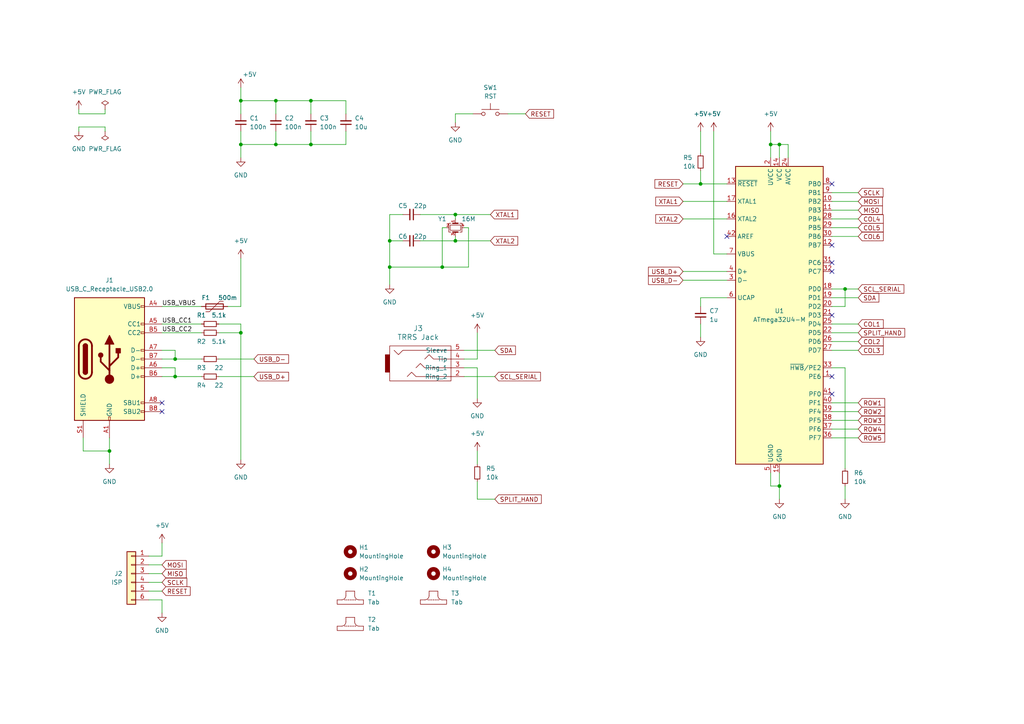
<source format=kicad_sch>
(kicad_sch (version 20230121) (generator eeschema)
  (paper "A4")
  (title_block (title "mfk60 Left") (date "2024-01-13") (rev "1") (company "@niw"))
  (lib_symbols
    (symbol "Connector:USB_C_Receptacle_USB2.0_16P" (pin_names (offset 1.016))
      (property "Reference" "J" (at 0 22.225 0))
      (property "Value" "USB_C_Receptacle_USB2.0_16P" (at 0 19.685 0))
      (symbol "USB_C_Receptacle_USB2.0_16P_0_0"
        (rectangle (start -0.254 -17.78) (end 0.254 -16.764))
        (rectangle (start 10.16 -14.986) (end 9.144 -15.494))
        (rectangle (start 10.16 -12.446) (end 9.144 -12.954))
        (rectangle (start 10.16 -4.826) (end 9.144 -5.334))
        (rectangle (start 10.16 -2.286) (end 9.144 -2.794))
        (rectangle (start 10.16 0.254) (end 9.144 -0.254))
        (rectangle (start 10.16 2.794) (end 9.144 2.286))
        (rectangle (start 10.16 7.874) (end 9.144 7.366))
        (rectangle (start 10.16 10.414) (end 9.144 9.906))
        (rectangle (start 10.16 15.494) (end 9.144 14.986))
      )
      (symbol "USB_C_Receptacle_USB2.0_16P_0_1"
        (rectangle (start -10.16 17.78) (end 10.16 -17.78) (stroke (width 0.254)) (fill (type background)))
        (arc (start -8.89 -3.81) (mid -6.985 -5.7067) (end -5.08 -3.81) (stroke (width 0.508)))
        (arc (start -7.62 -3.81) (mid -6.985 -4.4423) (end -6.35 -3.81) (stroke (width 0.254)))
        (arc (start -7.62 -3.81) (mid -6.985 -4.4423) (end -6.35 -3.81) (stroke (width 0.254)) (fill (type outline)))
        (rectangle (start -7.62 -3.81) (end -6.35 3.81) (stroke (width 0.254)) (fill (type outline)))
        (arc (start -6.35 3.81) (mid -6.985 4.4423) (end -7.62 3.81) (stroke (width 0.254)))
        (arc (start -6.35 3.81) (mid -6.985 4.4423) (end -7.62 3.81) (stroke (width 0.254)) (fill (type outline)))
        (arc (start -5.08 3.81) (mid -6.985 5.7067) (end -8.89 3.81) (stroke (width 0.508)))
        (circle (center -2.54 1.143) (radius 0.635) (stroke (width 0.254)) (fill (type outline)))
        (circle (center 0 -5.842) (radius 1.27) (fill (type outline)))
        (polyline (pts (xy -8.89 -3.81) (xy -8.89 3.81)) (stroke (width 0.508)))
        (polyline (pts (xy -5.08 3.81) (xy -5.08 -3.81)) (stroke (width 0.508)))
        (polyline (pts (xy 0 -5.842) (xy 0 4.318)) (stroke (width 0.508)))
        (polyline (pts (xy 0 -3.302) (xy -2.54 -0.762) (xy -2.54 0.508)) (stroke (width 0.508)))
        (polyline (pts (xy 0 -2.032) (xy 2.54 0.508) (xy 2.54 1.778)) (stroke (width 0.508)))
        (polyline (pts (xy -1.27 4.318) (xy 0 6.858) (xy 1.27 4.318) (xy -1.27 4.318)) (stroke (width 0.254)) (fill (type outline)))
        (rectangle (start 1.905 1.778) (end 3.175 3.048) (stroke (width 0.254)) (fill (type outline)))
      )
      (symbol "USB_C_Receptacle_USB2.0_16P_1_1"
        (pin passive line (at 0 -22.86 90) (length 5.08) (name "GND") (number "A1"))
        (pin passive line (at 0 -22.86 90) (length 5.08) hide (name "GND") (number "A12"))
        (pin passive line (at 15.24 15.24 180) (length 5.08) (name "VBUS") (number "A4"))
        (pin bidirectional line (at 15.24 10.16 180) (length 5.08) (name "CC1") (number "A5"))
        (pin bidirectional line (at 15.24 -2.54 180) (length 5.08) (name "D+") (number "A6"))
        (pin bidirectional line (at 15.24 2.54 180) (length 5.08) (name "D-") (number "A7"))
        (pin bidirectional line (at 15.24 -12.7 180) (length 5.08) (name "SBU1") (number "A8"))
        (pin passive line (at 15.24 15.24 180) (length 5.08) hide (name "VBUS") (number "A9"))
        (pin passive line (at 0 -22.86 90) (length 5.08) hide (name "GND") (number "B1"))
        (pin passive line (at 0 -22.86 90) (length 5.08) hide (name "GND") (number "B12"))
        (pin passive line (at 15.24 15.24 180) (length 5.08) hide (name "VBUS") (number "B4"))
        (pin bidirectional line (at 15.24 7.62 180) (length 5.08) (name "CC2") (number "B5"))
        (pin bidirectional line (at 15.24 -5.08 180) (length 5.08) (name "D+") (number "B6"))
        (pin bidirectional line (at 15.24 0 180) (length 5.08) (name "D-") (number "B7"))
        (pin bidirectional line (at 15.24 -15.24 180) (length 5.08) (name "SBU2") (number "B8"))
        (pin passive line (at 15.24 15.24 180) (length 5.08) hide (name "VBUS") (number "B9"))
        (pin passive line (at -7.62 -22.86 90) (length 5.08) (name "SHIELD") (number "S1"))
      )
    )
    (symbol "Connector_Additions:TRRS_Jack" (pin_names (offset 1.016))
      (property "Reference" "J" (at 0 8.89 0))
      (property "Value" "TRRS Jack" (at 0 6.35 0))
      (symbol "TRRS_Jack_0_1"
        (rectangle (start -10.16 2.54) (end -8.89 -2.54) (fill (type outline)))
        (rectangle (start -8.89 5.08) (end 8.89 -5.08))
        (polyline (pts (xy 8.89 -3.81) (xy -1.27 -3.81) (xy -2.54 -2.54) (xy -3.81 -3.81)))
        (polyline (pts (xy 8.89 -1.27) (xy 1.27 -1.27) (xy 0 0) (xy -1.27 -1.27)))
        (polyline (pts (xy 8.89 1.27) (xy 3.81 1.27) (xy 2.54 2.54) (xy 1.27 1.27)))
        (polyline (pts (xy 8.89 3.81) (xy -5.08 3.81) (xy -6.35 2.54) (xy -7.62 3.81) (xy -7.62 3.81)))
      )
      (symbol "TRRS_Jack_1_1"
        (pin passive line (at 12.7 -3.81 180) (length 3.81) (name "Ring_2") (number "2"))
        (pin passive line (at 12.7 -1.27 180) (length 3.81) (name "Ring_1") (number "3"))
        (pin passive line (at 12.7 1.27 180) (length 3.81) (name "Tip") (number "4"))
        (pin passive line (at 12.7 3.81 180) (length 3.81) (name "Sleeve") (number "5"))
      )
    )
    (symbol "Connector_Generic:Conn_01x06" (pin_names (offset 1.016) hide)
      (property "Reference" "J" (at 0 7.62 0))
      (property "Value" "Conn_01x06" (at 0 -10.16 0))
      (symbol "Conn_01x06_1_1"
        (rectangle (start -1.27 -7.493) (end 0 -7.747) (stroke (width 0.1524)))
        (rectangle (start -1.27 -4.953) (end 0 -5.207) (stroke (width 0.1524)))
        (rectangle (start -1.27 -2.413) (end 0 -2.667) (stroke (width 0.1524)))
        (rectangle (start -1.27 0.127) (end 0 -0.127) (stroke (width 0.1524)))
        (rectangle (start -1.27 2.667) (end 0 2.413) (stroke (width 0.1524)))
        (rectangle (start -1.27 5.207) (end 0 4.953) (stroke (width 0.1524)))
        (rectangle (start -1.27 6.35) (end 1.27 -8.89) (stroke (width 0.254)) (fill (type background)))
        (pin passive line (at -5.08 5.08 0) (length 3.81) (name "Pin_1") (number "1"))
        (pin passive line (at -5.08 2.54 0) (length 3.81) (name "Pin_2") (number "2"))
        (pin passive line (at -5.08 0 0) (length 3.81) (name "Pin_3") (number "3"))
        (pin passive line (at -5.08 -2.54 0) (length 3.81) (name "Pin_4") (number "4"))
        (pin passive line (at -5.08 -5.08 0) (length 3.81) (name "Pin_5") (number "5"))
        (pin passive line (at -5.08 -7.62 0) (length 3.81) (name "Pin_6") (number "6"))
      )
    )
    (symbol "Device:C_Small" (pin_numbers hide) (pin_names (offset 0.254) hide)
      (property "Reference" "C" (at 0.254 1.778 0))
      (property "Value" "C_Small" (at 0.254 -2.032 0))
      (symbol "C_Small_0_1"
        (polyline (pts (xy -1.524 -0.508) (xy 1.524 -0.508)) (stroke (width 0.3302)))
        (polyline (pts (xy -1.524 0.508) (xy 1.524 0.508)) (stroke (width 0.3048)))
      )
      (symbol "C_Small_1_1"
        (pin passive line (at 0 2.54 270) (length 2.032) (name "~") (number "1"))
        (pin passive line (at 0 -2.54 90) (length 2.032) (name "~") (number "2"))
      )
    )
    (symbol "Device:Crystal_GND24_Small" (pin_names (offset 1.016) hide)
      (property "Reference" "Y" (at 1.27 4.445 0))
      (property "Value" "Crystal_GND24_Small" (at 1.27 2.54 0))
      (symbol "Crystal_GND24_Small_0_1"
        (rectangle (start -0.762 -1.524) (end 0.762 1.524))
        (polyline (pts (xy -1.27 -0.762) (xy -1.27 0.762)) (stroke (width 0.381)))
        (polyline (pts (xy 1.27 -0.762) (xy 1.27 0.762)) (stroke (width 0.381)))
        (polyline (pts (xy -1.27 -1.27) (xy -1.27 -1.905) (xy 1.27 -1.905) (xy 1.27 -1.27)))
        (polyline (pts (xy -1.27 1.27) (xy -1.27 1.905) (xy 1.27 1.905) (xy 1.27 1.27)))
      )
      (symbol "Crystal_GND24_Small_1_1"
        (pin passive line (at -2.54 0 0) (length 1.27) (name "1") (number "1"))
        (pin passive line (at 0 -2.54 90) (length 0.635) (name "2") (number "2"))
        (pin passive line (at 2.54 0 180) (length 1.27) (name "3") (number "3"))
        (pin passive line (at 0 2.54 270) (length 0.635) (name "4") (number "4"))
      )
    )
    (symbol "Device:Polyfuse" (pin_numbers hide) (pin_names (offset 0))
      (property "Reference" "F" (at -2.54 0 90))
      (property "Value" "Polyfuse" (at 2.54 0 90))
      (symbol "Polyfuse_0_1"
        (rectangle (start -0.762 2.54) (end 0.762 -2.54) (stroke (width 0.254)))
        (polyline (pts (xy 0 2.54) (xy 0 -2.54)))
        (polyline (pts (xy -1.524 2.54) (xy -1.524 1.524) (xy 1.524 -1.524) (xy 1.524 -2.54)))
      )
      (symbol "Polyfuse_1_1"
        (pin passive line (at 0 3.81 270) (length 1.27) (name "~") (number "1"))
        (pin passive line (at 0 -3.81 90) (length 1.27) (name "~") (number "2"))
      )
    )
    (symbol "Device:R_Small" (pin_numbers hide) (pin_names (offset 0.254) hide)
      (property "Reference" "R" (at 0.762 0.508 0))
      (property "Value" "R_Small" (at 0.762 -1.016 0))
      (symbol "R_Small_0_1"
        (rectangle (start -0.762 1.778) (end 0.762 -1.778) (stroke (width 0.2032)))
      )
      (symbol "R_Small_1_1"
        (pin passive line (at 0 2.54 270) (length 0.762) (name "~") (number "1"))
        (pin passive line (at 0 -2.54 90) (length 0.762) (name "~") (number "2"))
      )
    )
    (symbol "MCU_Microchip_ATmega:ATmega32U4-M"
      (property "Reference" "U" (at -12.7 44.45 0))
      (property "Value" "ATmega32U4-M" (at 2.54 -44.45 0))
      (symbol "ATmega32U4-M_0_1"
        (rectangle (start -12.7 -43.18) (end 12.7 43.18) (stroke (width 0.254)) (fill (type background)))
      )
      (symbol "ATmega32U4-M_1_1"
        (pin bidirectional line (at 15.24 -17.78 180) (length 2.54) (name "PE6") (number "1"))
        (pin bidirectional line (at 15.24 33.02 180) (length 2.54) (name "PB2") (number "10"))
        (pin bidirectional line (at 15.24 30.48 180) (length 2.54) (name "PB3") (number "11"))
        (pin bidirectional line (at 15.24 20.32 180) (length 2.54) (name "PB7") (number "12"))
        (pin input line (at -15.24 38.1 0) (length 2.54) (name "~{RESET}") (number "13"))
        (pin power_in line (at 0 45.72 270) (length 2.54) (name "VCC") (number "14"))
        (pin power_in line (at 0 -45.72 90) (length 2.54) (name "GND") (number "15"))
        (pin output line (at -15.24 27.94 0) (length 2.54) (name "XTAL2") (number "16"))
        (pin input line (at -15.24 33.02 0) (length 2.54) (name "XTAL1") (number "17"))
        (pin bidirectional line (at 15.24 7.62 180) (length 2.54) (name "PD0") (number "18"))
        (pin bidirectional line (at 15.24 5.08 180) (length 2.54) (name "PD1") (number "19"))
        (pin power_in line (at -2.54 45.72 270) (length 2.54) (name "UVCC") (number "2"))
        (pin bidirectional line (at 15.24 2.54 180) (length 2.54) (name "PD2") (number "20"))
        (pin bidirectional line (at 15.24 0 180) (length 2.54) (name "PD3") (number "21"))
        (pin bidirectional line (at 15.24 -5.08 180) (length 2.54) (name "PD5") (number "22"))
        (pin passive line (at 0 -45.72 90) (length 2.54) hide (name "GND") (number "23"))
        (pin power_in line (at 2.54 45.72 270) (length 2.54) (name "AVCC") (number "24"))
        (pin bidirectional line (at 15.24 -2.54 180) (length 2.54) (name "PD4") (number "25"))
        (pin bidirectional line (at 15.24 -7.62 180) (length 2.54) (name "PD6") (number "26"))
        (pin bidirectional line (at 15.24 -10.16 180) (length 2.54) (name "PD7") (number "27"))
        (pin bidirectional line (at 15.24 27.94 180) (length 2.54) (name "PB4") (number "28"))
        (pin bidirectional line (at 15.24 25.4 180) (length 2.54) (name "PB5") (number "29"))
        (pin bidirectional line (at -15.24 10.16 0) (length 2.54) (name "D-") (number "3"))
        (pin bidirectional line (at 15.24 22.86 180) (length 2.54) (name "PB6") (number "30"))
        (pin bidirectional line (at 15.24 15.24 180) (length 2.54) (name "PC6") (number "31"))
        (pin bidirectional line (at 15.24 12.7 180) (length 2.54) (name "PC7") (number "32"))
        (pin bidirectional line (at 15.24 -15.24 180) (length 2.54) (name "~{HWB}/PE2") (number "33"))
        (pin passive line (at 0 45.72 270) (length 2.54) hide (name "VCC") (number "34"))
        (pin passive line (at 0 -45.72 90) (length 2.54) hide (name "GND") (number "35"))
        (pin bidirectional line (at 15.24 -35.56 180) (length 2.54) (name "PF7") (number "36"))
        (pin bidirectional line (at 15.24 -33.02 180) (length 2.54) (name "PF6") (number "37"))
        (pin bidirectional line (at 15.24 -30.48 180) (length 2.54) (name "PF5") (number "38"))
        (pin bidirectional line (at 15.24 -27.94 180) (length 2.54) (name "PF4") (number "39"))
        (pin bidirectional line (at -15.24 12.7 0) (length 2.54) (name "D+") (number "4"))
        (pin bidirectional line (at 15.24 -25.4 180) (length 2.54) (name "PF1") (number "40"))
        (pin bidirectional line (at 15.24 -22.86 180) (length 2.54) (name "PF0") (number "41"))
        (pin passive line (at -15.24 22.86 0) (length 2.54) (name "AREF") (number "42"))
        (pin passive line (at 0 -45.72 90) (length 2.54) hide (name "GND") (number "43"))
        (pin passive line (at 2.54 45.72 270) (length 2.54) hide (name "AVCC") (number "44"))
        (pin passive line (at 0 -45.72 90) (length 2.54) hide (name "GND") (number "45"))
        (pin passive line (at -2.54 -45.72 90) (length 2.54) (name "UGND") (number "5"))
        (pin passive line (at -15.24 5.08 0) (length 2.54) (name "UCAP") (number "6"))
        (pin input line (at -15.24 17.78 0) (length 2.54) (name "VBUS") (number "7"))
        (pin bidirectional line (at 15.24 38.1 180) (length 2.54) (name "PB0") (number "8"))
        (pin bidirectional line (at 15.24 35.56 180) (length 2.54) (name "PB1") (number "9"))
      )
    )
    (symbol "Mechanical:MountingHole" (pin_names (offset 1.016))
      (property "Reference" "H" (at 0 5.08 0))
      (property "Value" "MountingHole" (at 0 3.175 0))
      (symbol "MountingHole_0_1"
        (circle (center 0 0) (radius 1.27) (stroke (width 1.27)))
      )
    )
    (symbol "Switch:SW_Push" (pin_numbers hide) (pin_names (offset 1.016) hide)
      (property "Reference" "SW" (at 1.27 2.54 0))
      (property "Value" "SW_Push" (at 0 -1.524 0))
      (symbol "SW_Push_0_1"
        (circle (center -2.032 0) (radius 0.508))
        (polyline (pts (xy 0 1.27) (xy 0 3.048)))
        (polyline (pts (xy 2.54 1.27) (xy -2.54 1.27)))
        (circle (center 2.032 0) (radius 0.508))
        (pin passive line (at -5.08 0 0) (length 2.54) (name "1") (number "1"))
        (pin passive line (at 5.08 0 180) (length 2.54) (name "2") (number "2"))
      )
    )
    (symbol "kikit:Tab" (in_bom no)
      (property "Reference" "T" (at 0 3.81 0))
      (property "Value" "Tab" (at 0 -2.54 0))
      (symbol "Tab_0_1"
        (arc (start -2.54 0) (mid -1.642 0.372) (end -1.27 1.27) (stroke (width 0.1524)))
        (circle (center -1.524 0) (radius 0.0762) (stroke (width 0.1524)))
        (circle (center -1.016 0) (radius 0.0762) (stroke (width 0.1524)))
        (circle (center -0.508 0) (radius 0.0762) (stroke (width 0.1524)))
        (polyline (pts (xy -3.81 0) (xy -2.54 0)) (stroke (width 0.1524)))
        (polyline (pts (xy -1.27 1.27) (xy -1.27 2.54)) (stroke (width 0.1524)))
        (polyline (pts (xy 1.27 1.27) (xy 1.27 2.54)) (stroke (width 0.1524)))
        (polyline (pts (xy 1.27 2.54) (xy -1.27 2.54)) (stroke (width 0.1524)))
        (polyline (pts (xy 2.54 0) (xy 3.81 0)) (stroke (width 0.1524)))
        (polyline (pts (xy -3.81 0) (xy -3.81 -1.27) (xy 3.81 -1.27) (xy 3.81 0)) (stroke (width 0.1524)))
        (circle (center 0 0) (radius 0.0762) (stroke (width 0.1524)))
        (circle (center 0.508 0) (radius 0.0762) (stroke (width 0.1524)))
        (circle (center 1.016 0) (radius 0.0762) (stroke (width 0.1524)))
        (arc (start 1.27 1.27) (mid 1.642 0.372) (end 2.54 0) (stroke (width 0.1524)))
        (circle (center 1.524 0) (radius 0.0762) (stroke (width 0.1524)))
      )
    )
    (symbol "power:+5V" (power) (pin_names (offset 0))
      (property "Value" "+5V" (at 0 3.556 0))
      (symbol "+5V_0_1"
        (polyline (pts (xy -0.762 1.27) (xy 0 2.54)))
        (polyline (pts (xy 0 0) (xy 0 2.54)))
        (polyline (pts (xy 0 2.54) (xy 0.762 1.27)))
      )
      (symbol "+5V_1_1"
        (pin power_in line (at 0 0 90) (length 0) hide (name "+5V") (number "1"))
      )
    )
    (symbol "power:GND" (power) (pin_names (offset 0))
      (property "Value" "GND" (at 0 -3.81 0))
      (symbol "GND_0_1"
        (polyline (pts (xy 0 0) (xy 0 -1.27) (xy 1.27 -1.27) (xy 0 -2.54) (xy -1.27 -1.27) (xy 0 -1.27)))
      )
      (symbol "GND_1_1"
        (pin power_in line (at 0 0 270) (length 0) hide (name "GND") (number "1"))
      )
    )
    (symbol "power:PWR_FLAG" (power) (pin_numbers hide) (pin_names (offset 0) hide)
      (property "Value" "PWR_FLAG" (at 0 3.81 0))
      (symbol "PWR_FLAG_0_0"
        (pin power_out line (at 0 0 90) (length 0) (name "pwr") (number "1"))
      )
      (symbol "PWR_FLAG_0_1"
        (polyline (pts (xy 0 0) (xy 0 1.27) (xy -1.016 1.905) (xy 0 2.54) (xy 1.016 1.905) (xy 0 1.27)))
      )
    )
  )
  (junction (at 90.17 29.21))
  (junction (at 226.06 41.91))
  (junction (at 69.85 96.52))
  (junction (at 223.52 41.91))
  (junction (at 31.75 130.81))
  (junction (at 90.17 41.91))
  (junction (at 113.03 77.47))
  (junction (at 69.85 41.91))
  (junction (at 245.11 83.82))
  (junction (at 226.06 140.97))
  (junction (at 80.01 41.91))
  (junction (at 69.85 29.21))
  (junction (at 50.8 104.14))
  (junction (at 80.01 29.21))
  (junction (at 113.03 69.85))
  (junction (at 203.2 53.34))
  (junction (at 50.8 109.22))
  (junction (at 132.08 62.23))
  (junction (at 128.27 77.47))
  (junction (at 132.08 69.85))
  (no_connect (at 46.99 119.38))
  (no_connect (at 241.3 71.12))
  (no_connect (at 241.3 114.3))
  (no_connect (at 241.3 109.22))
  (no_connect (at 46.99 116.84))
  (no_connect (at 210.82 68.58))
  (no_connect (at 241.3 78.74))
  (no_connect (at 241.3 76.2))
  (no_connect (at 241.3 53.34))
  (no_connect (at 241.3 91.44))
  (wire (pts (xy 245.11 106.68) (xy 241.3 106.68)))
  (wire (pts (xy 241.3 55.88) (xy 248.92 55.88)))
  (wire (pts (xy 152.4 33.02) (xy 147.32 33.02)))
  (wire (pts (xy 241.3 124.46) (xy 248.92 124.46)))
  (wire (pts (xy 241.3 127) (xy 248.92 127)))
  (wire (pts (xy 226.06 41.91) (xy 226.06 45.72)))
  (wire (pts (xy 113.03 62.23) (xy 113.03 69.85)))
  (wire (pts (xy 69.85 38.1) (xy 69.85 41.91)))
  (wire (pts (xy 30.48 31.75) (xy 30.48 33.02)))
  (wire (pts (xy 203.2 86.36) (xy 203.2 88.9)))
  (wire (pts (xy 22.86 38.1) (xy 22.86 36.83)))
  (wire (pts (xy 241.3 63.5) (xy 248.92 63.5)))
  (wire (pts (xy 31.75 127) (xy 31.75 130.81)))
  (wire (pts (xy 80.01 41.91) (xy 90.17 41.91)))
  (wire (pts (xy 63.5 96.52) (xy 69.85 96.52)))
  (wire (pts (xy 226.06 144.78) (xy 226.06 140.97)))
  (wire (pts (xy 69.85 25.4) (xy 69.85 29.21)))
  (wire (pts (xy 46.99 109.22) (xy 50.8 109.22)))
  (wire (pts (xy 46.99 177.8) (xy 46.99 173.99)))
  (wire (pts (xy 66.04 88.9) (xy 69.85 88.9)))
  (wire (pts (xy 69.85 96.52) (xy 69.85 93.98)))
  (wire (pts (xy 100.33 38.1) (xy 100.33 41.91)))
  (wire (pts (xy 223.52 41.91) (xy 226.06 41.91)))
  (wire (pts (xy 203.2 86.36) (xy 210.82 86.36)))
  (wire (pts (xy 207.01 73.66) (xy 210.82 73.66)))
  (wire (pts (xy 138.43 139.7) (xy 138.43 144.78)))
  (wire (pts (xy 223.52 140.97) (xy 226.06 140.97)))
  (wire (pts (xy 223.52 140.97) (xy 223.52 137.16)))
  (wire (pts (xy 43.18 163.83) (xy 46.99 163.83)))
  (wire (pts (xy 138.43 104.14) (xy 138.43 96.52)))
  (wire (pts (xy 22.86 36.83) (xy 30.48 36.83)))
  (wire (pts (xy 241.3 88.9) (xy 245.11 88.9)))
  (wire (pts (xy 228.6 45.72) (xy 228.6 41.91)))
  (wire (pts (xy 50.8 109.22) (xy 58.42 109.22)))
  (wire (pts (xy 223.52 38.1) (xy 223.52 41.91)))
  (wire (pts (xy 245.11 83.82) (xy 248.92 83.82)))
  (wire (pts (xy 63.5 93.98) (xy 69.85 93.98)))
  (wire (pts (xy 80.01 41.91) (xy 69.85 41.91)))
  (wire (pts (xy 129.54 66.04) (xy 128.27 66.04)))
  (wire (pts (xy 46.99 96.52) (xy 58.42 96.52)))
  (wire (pts (xy 31.75 130.81) (xy 31.75 134.62)))
  (wire (pts (xy 207.01 38.1) (xy 207.01 73.66)))
  (wire (pts (xy 135.89 66.04) (xy 135.89 77.47)))
  (wire (pts (xy 134.62 109.22) (xy 143.51 109.22)))
  (wire (pts (xy 132.08 69.85) (xy 142.24 69.85)))
  (wire (pts (xy 245.11 140.97) (xy 245.11 144.78)))
  (wire (pts (xy 241.3 119.38) (xy 248.92 119.38)))
  (wire (pts (xy 138.43 134.62) (xy 138.43 130.81)))
  (wire (pts (xy 46.99 161.29) (xy 46.99 157.48)))
  (wire (pts (xy 100.33 41.91) (xy 90.17 41.91)))
  (wire (pts (xy 132.08 33.02) (xy 132.08 35.56)))
  (wire (pts (xy 128.27 77.47) (xy 135.89 77.47)))
  (wire (pts (xy 69.85 29.21) (xy 80.01 29.21)))
  (wire (pts (xy 69.85 41.91) (xy 69.85 45.72)))
  (wire (pts (xy 203.2 49.53) (xy 203.2 53.34)))
  (wire (pts (xy 22.86 31.75) (xy 22.86 33.02)))
  (wire (pts (xy 203.2 97.79) (xy 203.2 93.98)))
  (wire (pts (xy 113.03 69.85) (xy 116.84 69.85)))
  (wire (pts (xy 50.8 109.22) (xy 50.8 106.68)))
  (wire (pts (xy 69.85 88.9) (xy 69.85 74.93)))
  (wire (pts (xy 46.99 106.68) (xy 50.8 106.68)))
  (wire (pts (xy 241.3 116.84) (xy 248.92 116.84)))
  (wire (pts (xy 63.5 109.22) (xy 73.66 109.22)))
  (wire (pts (xy 138.43 106.68) (xy 138.43 115.57)))
  (wire (pts (xy 226.06 137.16) (xy 226.06 140.97)))
  (wire (pts (xy 43.18 168.91) (xy 46.99 168.91)))
  (wire (pts (xy 30.48 36.83) (xy 30.48 38.1)))
  (wire (pts (xy 46.99 93.98) (xy 58.42 93.98)))
  (wire (pts (xy 121.92 69.85) (xy 132.08 69.85)))
  (wire (pts (xy 198.12 63.5) (xy 210.82 63.5)))
  (wire (pts (xy 90.17 29.21) (xy 90.17 33.02)))
  (wire (pts (xy 241.3 58.42) (xy 248.92 58.42)))
  (wire (pts (xy 50.8 104.14) (xy 58.42 104.14)))
  (wire (pts (xy 134.62 101.6) (xy 143.51 101.6)))
  (wire (pts (xy 223.52 41.91) (xy 223.52 45.72)))
  (wire (pts (xy 245.11 106.68) (xy 245.11 135.89)))
  (wire (pts (xy 198.12 81.28) (xy 210.82 81.28)))
  (wire (pts (xy 198.12 78.74) (xy 210.82 78.74)))
  (wire (pts (xy 241.3 86.36) (xy 248.92 86.36)))
  (wire (pts (xy 241.3 99.06) (xy 248.92 99.06)))
  (wire (pts (xy 100.33 29.21) (xy 100.33 33.02)))
  (wire (pts (xy 69.85 33.02) (xy 69.85 29.21)))
  (wire (pts (xy 46.99 101.6) (xy 50.8 101.6)))
  (wire (pts (xy 90.17 38.1) (xy 90.17 41.91)))
  (wire (pts (xy 80.01 29.21) (xy 80.01 33.02)))
  (wire (pts (xy 132.08 62.23) (xy 132.08 63.5)))
  (wire (pts (xy 210.82 53.34) (xy 203.2 53.34)))
  (wire (pts (xy 113.03 69.85) (xy 113.03 77.47)))
  (wire (pts (xy 80.01 29.21) (xy 90.17 29.21)))
  (wire (pts (xy 245.11 83.82) (xy 245.11 88.9)))
  (wire (pts (xy 241.3 66.04) (xy 248.92 66.04)))
  (wire (pts (xy 132.08 62.23) (xy 142.24 62.23)))
  (wire (pts (xy 69.85 133.35) (xy 69.85 96.52)))
  (wire (pts (xy 24.13 130.81) (xy 31.75 130.81)))
  (wire (pts (xy 113.03 77.47) (xy 113.03 82.55)))
  (wire (pts (xy 90.17 29.21) (xy 100.33 29.21)))
  (wire (pts (xy 241.3 68.58) (xy 248.92 68.58)))
  (wire (pts (xy 50.8 104.14) (xy 50.8 101.6)))
  (wire (pts (xy 241.3 60.96) (xy 248.92 60.96)))
  (wire (pts (xy 22.86 33.02) (xy 30.48 33.02)))
  (wire (pts (xy 116.84 62.23) (xy 113.03 62.23)))
  (wire (pts (xy 241.3 101.6) (xy 248.92 101.6)))
  (wire (pts (xy 121.92 62.23) (xy 132.08 62.23)))
  (wire (pts (xy 203.2 38.1) (xy 203.2 44.45)))
  (wire (pts (xy 138.43 144.78) (xy 143.51 144.78)))
  (wire (pts (xy 43.18 166.37) (xy 46.99 166.37)))
  (wire (pts (xy 198.12 58.42) (xy 210.82 58.42)))
  (wire (pts (xy 134.62 106.68) (xy 138.43 106.68)))
  (wire (pts (xy 46.99 88.9) (xy 58.42 88.9)))
  (wire (pts (xy 46.99 173.99) (xy 43.18 173.99)))
  (wire (pts (xy 80.01 38.1) (xy 80.01 41.91)))
  (wire (pts (xy 43.18 161.29) (xy 46.99 161.29)))
  (wire (pts (xy 132.08 68.58) (xy 132.08 69.85)))
  (wire (pts (xy 134.62 66.04) (xy 135.89 66.04)))
  (wire (pts (xy 137.16 33.02) (xy 132.08 33.02)))
  (wire (pts (xy 241.3 121.92) (xy 248.92 121.92)))
  (wire (pts (xy 241.3 96.52) (xy 248.92 96.52)))
  (wire (pts (xy 134.62 104.14) (xy 138.43 104.14)))
  (wire (pts (xy 198.12 53.34) (xy 203.2 53.34)))
  (wire (pts (xy 241.3 83.82) (xy 245.11 83.82)))
  (wire (pts (xy 24.13 127) (xy 24.13 130.81)))
  (wire (pts (xy 241.3 93.98) (xy 248.92 93.98)))
  (wire (pts (xy 43.18 171.45) (xy 46.99 171.45)))
  (wire (pts (xy 113.03 77.47) (xy 128.27 77.47)))
  (wire (pts (xy 63.5 104.14) (xy 73.66 104.14)))
  (wire (pts (xy 46.99 104.14) (xy 50.8 104.14)))
  (wire (pts (xy 128.27 66.04) (xy 128.27 77.47)))
  (wire (pts (xy 226.06 41.91) (xy 228.6 41.91)))
  (label "USB_CC1" (at 46.99 93.98 0))
  (label "USB_CC2" (at 46.99 96.52 0))
  (label "USB_VBUS" (at 46.99 88.9 0))
  (global_label "SCLK" (shape input) (at 46.99 168.91 0) (property "Intersheetrefs" "${INTERSHEET_REFS}" (effects hide)))
  (global_label "COL1" (shape input) (at 248.92 93.98 0) (property "Intersheetrefs" "${INTERSHEET_REFS}" (effects hide)))
  (global_label "RESET" (shape input) (at 46.99 171.45 0) (property "Intersheetrefs" "${INTERSHEET_REFS}" (effects hide)))
  (global_label "USB_D-" (shape input) (at 198.12 81.28 180) (property "Intersheetrefs" "${INTERSHEET_REFS}" (effects hide)))
  (global_label "MISO" (shape input) (at 248.92 60.96 0) (property "Intersheetrefs" "${INTERSHEET_REFS}" (effects hide)))
  (global_label "SCL_SERIAL" (shape input) (at 143.51 109.22 0) (property "Intersheetrefs" "${INTERSHEET_REFS}" (effects hide)))
  (global_label "SPLIT_HAND" (shape input) (at 248.92 96.52 0) (property "Intersheetrefs" "${INTERSHEET_REFS}" (effects hide)))
  (global_label "COL3" (shape input) (at 248.92 101.6 0) (property "Intersheetrefs" "${INTERSHEET_REFS}" (effects hide)))
  (global_label "XTAL1" (shape input) (at 198.12 58.42 180) (property "Intersheetrefs" "${INTERSHEET_REFS}" (effects hide)))
  (global_label "RESET" (shape input) (at 152.4 33.02 0) (property "Intersheetrefs" "${INTERSHEET_REFS}" (effects hide)))
  (global_label "MOSI" (shape input) (at 248.92 58.42 0) (property "Intersheetrefs" "${INTERSHEET_REFS}" (effects hide)))
  (global_label "COL6" (shape input) (at 248.92 68.58 0) (property "Intersheetrefs" "${INTERSHEET_REFS}" (effects hide)))
  (global_label "SDA" (shape input) (at 143.51 101.6 0) (property "Intersheetrefs" "${INTERSHEET_REFS}" (effects hide)))
  (global_label "ROW5" (shape input) (at 248.92 127 0) (property "Intersheetrefs" "${INTERSHEET_REFS}" (effects hide)))
  (global_label "SPLIT_HAND" (shape input) (at 143.51 144.78 0) (property "Intersheetrefs" "${INTERSHEET_REFS}" (effects hide)))
  (global_label "XTAL1" (shape input) (at 142.24 62.23 0) (property "Intersheetrefs" "${INTERSHEET_REFS}" (effects hide)))
  (global_label "COL4" (shape input) (at 248.92 63.5 0) (property "Intersheetrefs" "${INTERSHEET_REFS}" (effects hide)))
  (global_label "ROW3" (shape input) (at 248.92 121.92 0) (property "Intersheetrefs" "${INTERSHEET_REFS}" (effects hide)))
  (global_label "MISO" (shape input) (at 46.99 166.37 0) (property "Intersheetrefs" "${INTERSHEET_REFS}" (effects hide)))
  (global_label "XTAL2" (shape input) (at 198.12 63.5 180) (property "Intersheetrefs" "${INTERSHEET_REFS}" (effects hide)))
  (global_label "USB_D+" (shape input) (at 198.12 78.74 180) (property "Intersheetrefs" "${INTERSHEET_REFS}" (effects hide)))
  (global_label "ROW4" (shape input) (at 248.92 124.46 0) (property "Intersheetrefs" "${INTERSHEET_REFS}" (effects hide)))
  (global_label "USB_D-" (shape input) (at 73.66 104.14 0) (property "Intersheetrefs" "${INTERSHEET_REFS}" (effects hide)))
  (global_label "SCL_SERIAL" (shape input) (at 248.92 83.82 0) (property "Intersheetrefs" "${INTERSHEET_REFS}" (effects hide)))
  (global_label "SDA" (shape input) (at 248.92 86.36 0) (property "Intersheetrefs" "${INTERSHEET_REFS}" (effects hide)))
  (global_label "RESET" (shape input) (at 198.12 53.34 180) (property "Intersheetrefs" "${INTERSHEET_REFS}" (effects hide)))
  (global_label "MOSI" (shape input) (at 46.99 163.83 0) (property "Intersheetrefs" "${INTERSHEET_REFS}" (effects hide)))
  (global_label "USB_D+" (shape input) (at 73.66 109.22 0) (property "Intersheetrefs" "${INTERSHEET_REFS}" (effects hide)))
  (global_label "ROW1" (shape input) (at 248.92 116.84 0) (property "Intersheetrefs" "${INTERSHEET_REFS}" (effects hide)))
  (global_label "COL2" (shape input) (at 248.92 99.06 0) (property "Intersheetrefs" "${INTERSHEET_REFS}" (effects hide)))
  (global_label "ROW2" (shape input) (at 248.92 119.38 0) (property "Intersheetrefs" "${INTERSHEET_REFS}" (effects hide)))
  (global_label "XTAL2" (shape input) (at 142.24 69.85 0) (property "Intersheetrefs" "${INTERSHEET_REFS}" (effects hide)))
  (global_label "COL5" (shape input) (at 248.92 66.04 0) (property "Intersheetrefs" "${INTERSHEET_REFS}" (effects hide)))
  (global_label "SCLK" (shape input) (at 248.92 55.88 0) (property "Intersheetrefs" "${INTERSHEET_REFS}" (effects hide)))
  (symbol (lib_id "MCU_Microchip_ATmega:ATmega32U4-M") (at 226.06 91.44 0) (unit 1)
    (property "Reference" "U1" (at 226.06 90.17 0))
    (property "Value" "ATmega32U4-M" (at 226.06 92.71 0))
    (property "Footprint" "Package_DFN_QFN:QFN-44-1EP_7x7mm_P0.5mm_EP5.2x5.2mm" (effects hide))
    (property "Datasheet" "http://ww1.microchip.com/downloads/en/DeviceDoc/Atmel-7766-8-bit-AVR-ATmega16U4-32U4_Datasheet.pdf" (effects hide))
    (property "LCSC" "C112161" (effects hide))
  )
  (symbol (lib_id "Mechanical:MountingHole") (at 101.6 166.37 0) (unit 1) (in_bom no)
    (property "Reference" "H2" (at 104.14 165.1 0) (effects (justify left)))
    (property "Value" "MountingHole" (at 104.14 167.64 0) (effects (justify left)))
    (property "Footprint" "MountingHole_Additions:MountingHole_4mm_Spacer" (effects hide))
  )
  (symbol (lib_id "power:GND") (at 132.08 35.56 0) (mirror y) (unit 1)
    (property "Reference" "#PWR02" (effects hide))
    (property "Value" "GND" (at 132.08 40.64 0))
    (instances (project "mfk5" (path "" (reference "#PWR02") (unit 1))) (project "mfk60" (path "" (reference "#PWR011") (unit 1))))
  )
  (symbol (lib_id "power:GND") (at 22.86 38.1 0) (mirror y) (unit 1)
    (property "Reference" "#PWR02" (effects hide))
    (property "Value" "GND" (at 22.86 43.18 0))
    (instances (project "mfk5" (path "" (reference "#PWR02") (unit 1))) (project "mfk60" (path "" (reference "#PWR05") (unit 1))))
  )
  (symbol (lib_id "Device:C_Small") (at 119.38 69.85 270) (unit 1)
    (property "Reference" "C6" (at 116.84 68.58 90))
    (property "Value" "22p" (at 121.92 68.58 90))
    (property "Footprint" "Capacitor_SMD:C_0805_2012Metric_Pad1.18x1.45mm_HandSolder" (effects hide))
    (property "LCSC" "C1804" (effects hide))
  )
  (symbol (lib_id "Device:R_Small") (at 203.2 46.99 180) (unit 1)
    (property "Reference" "R5" (at 198.12 45.72 0) (effects (justify right)))
    (property "Value" "10k" (at 198.12 48.26 0) (effects (justify right)))
    (property "Footprint" "Resistor_SMD:R_0805_2012Metric_Pad1.20x1.40mm_HandSolder" (effects hide))
    (property "LCSC" "C17414" (effects hide))
    (instances (project "mfk5" (path "" (reference "R5") (unit 1))) (project "mfk60" (path "" (reference "R6") (unit 1))))
  )
  (symbol (lib_id "Switch:SW_Push") (at 142.24 33.02 0) (mirror y) (unit 1)
    (property "Reference" "SW1" (at 142.24 25.4 0))
    (property "Value" "RST" (at 142.24 27.94 0))
    (property "Footprint" "Button_Switch_Additions:SW_Push_Alps_Alpine_SKRPACE010" (effects hide))
    (property "LCSC" "C139797" (effects hide))
    (instances (project "mfk5" (path "" (reference "SW1") (unit 1))) (project "mfk60" (path "" (reference "SW62") (unit 1))))
  )
  (symbol (lib_id "power:GND") (at 69.85 133.35 0) (unit 1)
    (property "Reference" "#PWR07" (effects hide))
    (property "Value" "GND" (at 69.85 138.43 0))
    (instances (project "mfk5" (path "" (reference "#PWR07") (unit 1))) (project "mfk60" (path "" (reference "#PWR013") (unit 1))))
  )
  (symbol (lib_id "Device:R_Small") (at 60.96 93.98 90) (unit 1)
    (property "Reference" "R1" (at 58.42 91.44 90))
    (property "Value" "5.1k" (at 63.5 91.44 90))
    (property "Footprint" "Resistor_SMD:R_0805_2012Metric_Pad1.20x1.40mm_HandSolder" (effects hide))
    (property "LCSC" "C27834" (effects hide))
  )
  (symbol (lib_id "Device:C_Small") (at 119.38 62.23 270) (unit 1)
    (property "Reference" "C5" (at 116.84 59.69 90))
    (property "Value" "22p" (at 121.92 59.69 90))
    (property "Footprint" "Capacitor_SMD:C_0805_2012Metric_Pad1.18x1.45mm_HandSolder" (effects hide))
    (property "LCSC" "C1804" (effects hide))
  )
  (symbol (lib_id "power:+5V") (at 69.85 25.4 0) (unit 1)
    (property "Reference" "#PWR013" (effects hide))
    (property "Value" "+5V" (at 72.39 21.59 0))
    (instances (project "mfk5" (path "" (reference "#PWR013") (unit 1))) (project "mfk60" (path "" (reference "#PWR06") (unit 1))))
  )
  (symbol (lib_id "Device:C_Small") (at 100.33 35.56 180) (unit 1)
    (property "Reference" "C4" (at 102.87 34.2836 0) (effects (justify right)))
    (property "Value" "10u" (at 102.87 36.8236 0) (effects (justify right)))
    (property "Footprint" "Capacitor_SMD:C_0805_2012Metric_Pad1.18x1.45mm_HandSolder" (effects hide))
    (property "LCSC" "C15850" (effects hide))
  )
  (symbol (lib_id "power:PWR_FLAG") (at 30.48 38.1 180) (unit 1)
    (property "Reference" "#FLG02" (effects hide))
    (property "Value" "PWR_FLAG" (at 30.48 43.18 0))
  )
  (symbol (lib_id "Device:C_Small") (at 203.2 91.44 180) (unit 1)
    (property "Reference" "C7" (at 205.74 90.1636 0) (effects (justify right)))
    (property "Value" "1u" (at 205.74 92.7036 0) (effects (justify right)))
    (property "Footprint" "Capacitor_SMD:C_0805_2012Metric_Pad1.18x1.45mm_HandSolder" (effects hide))
    (property "LCSC" "C28323" (effects hide))
  )
  (symbol (lib_id "power:GND") (at 226.06 144.78 0) (unit 1)
    (property "Reference" "#PWR012" (effects hide))
    (property "Value" "GND" (at 226.06 149.86 0))
    (instances (project "mfk5" (path "" (reference "#PWR012") (unit 1))) (project "mfk60" (path "" (reference "#PWR018") (unit 1))))
  )
  (symbol (lib_id "kikit:Tab") (at 101.6 173.99 0) (unit 1) (in_bom no)
    (property "Reference" "T1" (at 106.68 172.085 0) (effects (justify left)))
    (property "Value" "Tab" (at 106.68 174.625 0) (effects (justify left)))
    (property "Footprint" "kikit:Tab" (effects hide))
  )
  (symbol (lib_id "power:+5V") (at 22.86 31.75 0) (unit 1)
    (property "Reference" "#PWR01" (effects hide))
    (property "Value" "+5V" (at 22.86 26.67 0))
    (instances (project "mfk5" (path "" (reference "#PWR01") (unit 1))) (project "mfk60" (path "" (reference "#PWR03") (unit 1))))
  )
  (symbol (lib_id "Device:R_Small") (at 60.96 96.52 90) (unit 1)
    (property "Reference" "R2" (at 58.42 99.06 90))
    (property "Value" "5.1k" (at 63.5 99.06 90))
    (property "Footprint" "Resistor_SMD:R_0805_2012Metric_Pad1.20x1.40mm_HandSolder" (effects hide))
    (property "LCSC" "C27834" (effects hide))
  )
  (symbol (lib_id "power:+5V") (at 203.2 38.1 0) (unit 1)
    (property "Reference" "#PWR04" (effects hide))
    (property "Value" "+5V" (at 203.2 33.02 0))
    (instances (project "mfk5" (path "" (reference "#PWR04") (unit 1))) (project "mfk60" (path "" (reference "#PWR014") (unit 1))))
  )
  (symbol (lib_id "Mechanical:MountingHole") (at 101.6 160.02 0) (unit 1) (in_bom no)
    (property "Reference" "H1" (at 104.14 158.75 0) (effects (justify left)))
    (property "Value" "MountingHole" (at 104.14 161.29 0) (effects (justify left)))
    (property "Footprint" "MountingHole_Additions:MountingHole_4mm_Spacer" (effects hide))
  )
  (symbol (lib_id "power:GND") (at 31.75 134.62 0) (unit 1)
    (property "Reference" "#PWR08" (effects hide))
    (property "Value" "GND" (at 31.75 139.7 0))
    (instances (project "mfk5" (path "" (reference "#PWR08") (unit 1))) (project "mfk60" (path "" (reference "#PWR01") (unit 1))))
  )
  (symbol (lib_id "kikit:Tab") (at 101.6 181.61 0) (unit 1) (in_bom no)
    (property "Reference" "T2" (at 106.68 179.705 0) (effects (justify left)))
    (property "Value" "Tab" (at 106.68 182.245 0) (effects (justify left)))
    (property "Footprint" "kikit:Tab" (effects hide))
  )
  (symbol (lib_id "power:GND") (at 46.99 177.8 0) (mirror y) (unit 1)
    (property "Reference" "#PWR016" (effects hide))
    (property "Value" "GND" (at 46.99 182.88 0))
    (instances (project "mfk5" (path "" (reference "#PWR016") (unit 1))) (project "mfk60" (path "" (reference "#PWR010") (unit 1))))
  )
  (symbol (lib_id "Device:R_Small") (at 60.96 109.22 90) (unit 1)
    (property "Reference" "R4" (at 58.42 111.76 90))
    (property "Value" "22" (at 63.5 111.76 90))
    (property "Footprint" "Resistor_SMD:R_0805_2012Metric_Pad1.20x1.40mm_HandSolder" (effects hide))
    (property "LCSC" "C17561" (effects hide))
  )
  (symbol (lib_id "power:+5V") (at 69.85 74.93 0) (unit 1)
    (property "Reference" "#PWR015" (effects hide))
    (property "Value" "+5V" (at 69.85 69.85 0))
    (instances (project "mfk5" (path "" (reference "#PWR015") (unit 1))) (project "mfk60" (path "" (reference "#PWR012") (unit 1))))
  )
  (symbol (lib_id "Device:Crystal_GND24_Small") (at 132.08 66.04 270) (unit 1)
    (property "Reference" "Y1" (at 128.27 63.5 90))
    (property "Value" "16M" (at 135.89 63.5 90))
    (property "Footprint" "Crystal:Crystal_SMD_3225-4Pin_3.2x2.5mm" (effects hide))
    (property "LCSC" "C255949" (effects hide))
  )
  (symbol (lib_id "kikit:Tab") (at 125.73 173.99 0) (unit 1) (in_bom no)
    (property "Reference" "T3" (at 130.81 172.085 0) (effects (justify left)))
    (property "Value" "Tab" (at 130.81 174.625 0) (effects (justify left)))
    (property "Footprint" "kikit:Tab" (effects hide))
  )
  (symbol (lib_id "Device:C_Small") (at 69.85 35.56 180) (unit 1)
    (property "Reference" "C1" (at 72.39 34.2836 0) (effects (justify right)))
    (property "Value" "100n" (at 72.39 36.8236 0) (effects (justify right)))
    (property "Footprint" "Capacitor_SMD:C_0805_2012Metric_Pad1.18x1.45mm_HandSolder" (effects hide))
    (property "LCSC" "C49678" (effects hide))
  )
  (symbol (lib_id "power:+5V") (at 138.43 96.52 0) (unit 1)
    (property "Reference" "#PWR018" (effects hide))
    (property "Value" "+5V" (at 138.43 91.44 0))
    (instances (project "mfk5" (path "" (reference "#PWR018") (unit 1))) (project "mfk60" (path "" (reference "#PWR04") (unit 1))))
  )
  (symbol (lib_id "power:GND") (at 245.11 144.78 0) (unit 1)
    (property "Reference" "#PWR010" (effects hide))
    (property "Value" "GND" (at 245.11 149.86 0))
    (instances (project "mfk5" (path "" (reference "#PWR010") (unit 1))) (project "mfk60" (path "" (reference "#PWR019") (unit 1))))
  )
  (symbol (lib_id "Device:Polyfuse") (at 62.23 88.9 90) (unit 1)
    (property "Reference" "F1" (at 59.69 86.36 90))
    (property "Value" "500m" (at 66.04 86.36 90))
    (property "Footprint" "Fuse:Fuse_1206_3216Metric_Pad1.42x1.75mm_HandSolder" (effects hide))
    (property "LCSC" "C75464" (effects hide))
  )
  (symbol (lib_id "power:+5V") (at 138.43 130.81 0) (unit 1)
    (property "Reference" "#PWR040" (effects hide))
    (property "Value" "+5V" (at 138.43 125.73 0))
  )
  (symbol (lib_id "Connector_Additions:TRRS_Jack") (at 121.92 105.41 0) (unit 1)
    (property "Reference" "J3" (at 121.285 95.25 0) (effects (font (size 1.524 1.524))))
    (property "Value" "TRRS Jack" (at 121.285 97.79 0) (effects (font (size 1.524 1.524))))
    (property "Footprint" "Connector_Additions:TRRS_Jack_3.5mm_PJ320D" (effects hide))
    (property "LCSC" "C431535" (effects hide))
    (instances (project "mfk5" (path "" (reference "J3") (unit 1))) (project "mfk60" (path "" (reference "J2") (unit 1))))
  )
  (symbol (lib_id "Connector:USB_C_Receptacle_USB2.0_16P") (at 31.75 104.14 0) (unit 1)
    (property "Reference" "J1" (at 31.75 81.28 0))
    (property "Value" "USB_C_Receptacle_USB2.0" (at 31.75 83.82 0))
    (property "Footprint" "Connector_USB:USB_C_Receptacle_HRO_TYPE-C-31-M-12" (effects hide))
    (property "Datasheet" "https://www.usb.org/sites/default/files/documents/usb_type-c.zip" (effects hide))
    (property "LCSC" "C2982555" (effects hide))
  )
  (symbol (lib_id "Device:C_Small") (at 80.01 35.56 180) (unit 1)
    (property "Reference" "C2" (at 82.55 34.2836 0) (effects (justify right)))
    (property "Value" "100n" (at 82.55 36.8236 0) (effects (justify right)))
    (property "Footprint" "Capacitor_SMD:C_0805_2012Metric_Pad1.18x1.45mm_HandSolder" (effects hide))
    (property "LCSC" "C49678" (effects hide))
  )
  (symbol (lib_id "power:GND") (at 138.43 115.57 0) (unit 1)
    (property "Reference" "#PWR019" (effects hide))
    (property "Value" "GND" (at 138.43 120.65 0))
    (instances (project "mfk5" (path "" (reference "#PWR019") (unit 1))) (project "mfk60" (path "" (reference "#PWR08") (unit 1))))
  )
  (symbol (lib_id "Connector_Generic:Conn_01x06") (at 38.1 166.37 0) (mirror y) (unit 1) (in_bom no)
    (property "Reference" "J2" (at 35.56 166.37 0) (effects (justify left)))
    (property "Value" "ISP" (at 35.56 168.91 0) (effects (justify left)))
    (property "Footprint" "Connector_Additions:Debug_Pin_1x6_P2.54mm" (effects hide))
    (instances (project "mfk5" (path "" (reference "J2") (unit 1))) (project "mfk60" (path "" (reference "J3") (unit 1))))
  )
  (symbol (lib_id "Device:R_Small") (at 245.11 138.43 180) (unit 1)
    (property "Reference" "R6" (at 247.65 137.16 0) (effects (justify right)))
    (property "Value" "10k" (at 247.65 139.7 0) (effects (justify right)))
    (property "Footprint" "Resistor_SMD:R_0805_2012Metric_Pad1.20x1.40mm_HandSolder" (effects hide))
    (property "LCSC" "C17414" (effects hide))
    (instances (project "mfk5" (path "" (reference "R6") (unit 1))) (project "mfk60" (path "" (reference "R7") (unit 1))))
  )
  (symbol (lib_id "power:+5V") (at 46.99 157.48 0) (mirror y) (unit 1)
    (property "Reference" "#PWR017" (effects hide))
    (property "Value" "+5V" (at 46.99 152.4 0))
    (instances (project "mfk5" (path "" (reference "#PWR017") (unit 1))) (project "mfk60" (path "" (reference "#PWR09") (unit 1))))
  )
  (symbol (lib_id "Mechanical:MountingHole") (at 125.73 166.37 0) (unit 1) (in_bom no)
    (property "Reference" "H4" (at 128.27 165.1 0) (effects (justify left)))
    (property "Value" "MountingHole" (at 128.27 167.64 0) (effects (justify left)))
    (property "Footprint" "MountingHole_Additions:MountingHole_4mm_Spacer" (effects hide))
  )
  (symbol (lib_id "power:GND") (at 113.03 82.55 0) (unit 1)
    (property "Reference" "#PWR011" (effects hide))
    (property "Value" "GND" (at 113.03 87.63 0))
    (instances (project "mfk5" (path "" (reference "#PWR011") (unit 1))) (project "mfk60" (path "" (reference "#PWR02") (unit 1))))
  )
  (symbol (lib_id "Device:R_Small") (at 60.96 104.14 90) (unit 1)
    (property "Reference" "R3" (at 58.42 106.68 90))
    (property "Value" "22" (at 63.5 106.68 90))
    (property "Footprint" "Resistor_SMD:R_0805_2012Metric_Pad1.20x1.40mm_HandSolder" (effects hide))
    (property "LCSC" "C17561" (effects hide))
  )
  (symbol (lib_id "power:GND") (at 69.85 45.72 0) (mirror y) (unit 1)
    (property "Reference" "#PWR02" (effects hide))
    (property "Value" "GND" (at 69.85 50.8 0))
    (instances (project "mfk5" (path "" (reference "#PWR02") (unit 1))) (project "mfk60" (path "" (reference "#PWR07") (unit 1))))
  )
  (symbol (lib_id "power:+5V") (at 207.01 38.1 0) (unit 1)
    (property "Reference" "#PWR05" (effects hide))
    (property "Value" "+5V" (at 207.01 33.02 0))
    (instances (project "mfk5" (path "" (reference "#PWR05") (unit 1))) (project "mfk60" (path "" (reference "#PWR016") (unit 1))))
  )
  (symbol (lib_id "Device:C_Small") (at 90.17 35.56 180) (unit 1)
    (property "Reference" "C3" (at 92.71 34.2836 0) (effects (justify right)))
    (property "Value" "100n" (at 92.71 36.8236 0) (effects (justify right)))
    (property "Footprint" "Capacitor_SMD:C_0805_2012Metric_Pad1.18x1.45mm_HandSolder" (effects hide))
    (property "LCSC" "C49678" (effects hide))
  )
  (symbol (lib_id "power:PWR_FLAG") (at 30.48 31.75 0) (unit 1)
    (property "Reference" "#FLG01" (effects hide))
    (property "Value" "PWR_FLAG" (at 30.48 26.67 0))
  )
  (symbol (lib_id "power:GND") (at 203.2 97.79 0) (unit 1)
    (property "Reference" "#PWR09" (effects hide))
    (property "Value" "GND" (at 203.2 102.87 0))
    (instances (project "mfk5" (path "" (reference "#PWR09") (unit 1))) (project "mfk60" (path "" (reference "#PWR015") (unit 1))))
  )
  (symbol (lib_id "power:+5V") (at 223.52 38.1 0) (unit 1)
    (property "Reference" "#PWR06" (effects hide))
    (property "Value" "+5V" (at 223.52 33.02 0))
    (instances (project "mfk5" (path "" (reference "#PWR06") (unit 1))) (project "mfk60" (path "" (reference "#PWR017") (unit 1))))
  )
  (symbol (lib_id "Device:R_Small") (at 138.43 137.16 180) (unit 1)
    (property "Reference" "R5" (at 140.97 135.89 0) (effects (justify right)))
    (property "Value" "10k" (at 140.97 138.43 0) (effects (justify right)))
    (property "Footprint" "Resistor_SMD:R_0805_2012Metric_Pad1.20x1.40mm_HandSolder" (effects hide))
    (property "LCSC" "C17414" (effects hide))
  )
  (symbol (lib_id "Mechanical:MountingHole") (at 125.73 160.02 0) (unit 1) (in_bom no)
    (property "Reference" "H3" (at 128.27 158.75 0) (effects (justify left)))
    (property "Value" "MountingHole" (at 128.27 161.29 0) (effects (justify left)))
    (property "Footprint" "MountingHole_Additions:MountingHole_4mm_Spacer" (effects hide))
  )
)
</source>
